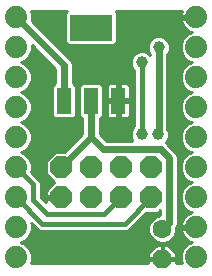
<source format=gbl>
G75*
%MOIN*%
%OFA0B0*%
%FSLAX25Y25*%
%IPPOS*%
%LPD*%
%AMOC8*
5,1,8,0,0,1.08239X$1,22.5*
%
%ADD10OC8,0.07400*%
%ADD11OC8,0.06300*%
%ADD12C,0.06300*%
%ADD13R,0.04800X0.08800*%
%ADD14R,0.14173X0.08661*%
%ADD15C,0.07400*%
%ADD16C,0.01000*%
%ADD17C,0.03962*%
%ADD18C,0.01600*%
%ADD19C,0.02400*%
D10*
X0024000Y0026925D03*
X0024000Y0036925D03*
X0034000Y0036925D03*
X0034000Y0026925D03*
X0044000Y0026925D03*
X0044000Y0036925D03*
X0054000Y0036925D03*
X0054000Y0026925D03*
D11*
X0057750Y0006300D03*
D12*
X0057750Y0016300D03*
D13*
X0043100Y0059100D03*
X0034000Y0059100D03*
X0024900Y0059100D03*
D14*
X0034000Y0083501D03*
D15*
X0009000Y0006925D03*
X0009000Y0016925D03*
X0009000Y0026925D03*
X0009000Y0036925D03*
X0009000Y0046925D03*
X0009000Y0056925D03*
X0009000Y0066925D03*
X0009000Y0076925D03*
X0009000Y0086925D03*
X0069000Y0086925D03*
X0069000Y0076925D03*
X0069000Y0066925D03*
X0069000Y0056925D03*
X0069000Y0046925D03*
X0069000Y0036925D03*
X0069000Y0026925D03*
X0069000Y0016925D03*
X0069000Y0006925D03*
D16*
X0065558Y0010837D02*
X0059789Y0010837D01*
X0059676Y0010950D02*
X0058050Y0010950D01*
X0058050Y0006600D01*
X0057450Y0006600D01*
X0057450Y0010950D01*
X0055824Y0010950D01*
X0053100Y0008226D01*
X0053100Y0006600D01*
X0057450Y0006600D01*
X0057450Y0006000D01*
X0053100Y0006000D01*
X0053100Y0004925D01*
X0013800Y0004925D01*
X0014200Y0005891D01*
X0014200Y0007959D01*
X0013408Y0009871D01*
X0011946Y0011333D01*
X0010517Y0011925D01*
X0011946Y0012517D01*
X0013408Y0013979D01*
X0014200Y0015891D01*
X0014200Y0017959D01*
X0014037Y0018352D01*
X0015631Y0016759D01*
X0016334Y0016056D01*
X0017253Y0015675D01*
X0045747Y0015675D01*
X0046666Y0016056D01*
X0052336Y0021725D01*
X0056154Y0021725D01*
X0057037Y0022609D01*
X0057037Y0020950D01*
X0056825Y0020950D01*
X0055116Y0020242D01*
X0053808Y0018934D01*
X0053100Y0017225D01*
X0053100Y0015375D01*
X0053808Y0013666D01*
X0055116Y0012358D01*
X0056825Y0011650D01*
X0058675Y0011650D01*
X0060384Y0012358D01*
X0061692Y0013666D01*
X0062400Y0015375D01*
X0062400Y0016854D01*
X0062837Y0017911D01*
X0062837Y0040627D01*
X0062396Y0041693D01*
X0059583Y0044505D01*
X0058810Y0045279D01*
X0059308Y0045777D01*
X0059869Y0047130D01*
X0059869Y0048595D01*
X0059400Y0049726D01*
X0059400Y0074619D01*
X0059621Y0074840D01*
X0060181Y0076193D01*
X0060181Y0077657D01*
X0059621Y0079010D01*
X0058585Y0080046D01*
X0057232Y0080606D01*
X0055768Y0080606D01*
X0054415Y0080046D01*
X0053379Y0079010D01*
X0052819Y0077657D01*
X0052819Y0076193D01*
X0053379Y0074840D01*
X0053600Y0074619D01*
X0053600Y0074406D01*
X0052960Y0075046D01*
X0051607Y0075606D01*
X0050143Y0075606D01*
X0048790Y0075046D01*
X0047754Y0074010D01*
X0047194Y0072657D01*
X0047194Y0071193D01*
X0047754Y0069840D01*
X0048375Y0069219D01*
X0048375Y0050568D01*
X0047754Y0049948D01*
X0047194Y0048595D01*
X0047194Y0047130D01*
X0047754Y0045777D01*
X0047769Y0045762D01*
X0039264Y0045762D01*
X0036900Y0048126D01*
X0036900Y0053200D01*
X0037021Y0053200D01*
X0037900Y0054079D01*
X0037900Y0064121D01*
X0037021Y0065000D01*
X0030979Y0065000D01*
X0030100Y0064121D01*
X0030100Y0054079D01*
X0030979Y0053200D01*
X0031100Y0053200D01*
X0031100Y0048126D01*
X0025099Y0042125D01*
X0021846Y0042125D01*
X0018800Y0039079D01*
X0018800Y0034771D01*
X0021646Y0031925D01*
X0018800Y0029079D01*
X0018800Y0027425D01*
X0023500Y0027425D01*
X0023500Y0026425D01*
X0018800Y0026425D01*
X0018800Y0025348D01*
X0017125Y0027023D01*
X0017125Y0031797D01*
X0016744Y0032716D01*
X0014015Y0035445D01*
X0014200Y0035891D01*
X0014200Y0037959D01*
X0013408Y0039871D01*
X0011946Y0041333D01*
X0010517Y0041925D01*
X0011946Y0042517D01*
X0013408Y0043979D01*
X0014200Y0045891D01*
X0014200Y0047959D01*
X0013408Y0049871D01*
X0011946Y0051333D01*
X0010517Y0051925D01*
X0011946Y0052517D01*
X0013408Y0053979D01*
X0014200Y0055891D01*
X0014200Y0057959D01*
X0013408Y0059871D01*
X0011946Y0061333D01*
X0010517Y0061925D01*
X0011946Y0062517D01*
X0013408Y0063979D01*
X0014200Y0065891D01*
X0014200Y0067959D01*
X0013408Y0069871D01*
X0011946Y0071333D01*
X0010517Y0071925D01*
X0011946Y0072517D01*
X0013408Y0073979D01*
X0014200Y0075891D01*
X0014200Y0077624D01*
X0022000Y0069824D01*
X0022000Y0065000D01*
X0021879Y0065000D01*
X0021000Y0064121D01*
X0021000Y0054079D01*
X0021879Y0053200D01*
X0027921Y0053200D01*
X0028800Y0054079D01*
X0028800Y0064121D01*
X0027921Y0065000D01*
X0027800Y0065000D01*
X0027800Y0071602D01*
X0027358Y0072668D01*
X0026543Y0073483D01*
X0014181Y0085845D01*
X0014200Y0085891D01*
X0014200Y0087959D01*
X0013821Y0088875D01*
X0025836Y0088875D01*
X0025413Y0088453D01*
X0025413Y0078549D01*
X0026292Y0077670D01*
X0041708Y0077670D01*
X0042587Y0078549D01*
X0042587Y0088453D01*
X0042164Y0088875D01*
X0064166Y0088875D01*
X0063928Y0088143D01*
X0063814Y0087425D01*
X0068500Y0087425D01*
X0068500Y0086425D01*
X0063814Y0086425D01*
X0063928Y0085707D01*
X0064181Y0084929D01*
X0064553Y0084200D01*
X0065034Y0083537D01*
X0065612Y0082959D01*
X0066275Y0082478D01*
X0067004Y0082106D01*
X0067517Y0081939D01*
X0066054Y0081333D01*
X0064592Y0079871D01*
X0063800Y0077959D01*
X0063800Y0075891D01*
X0064592Y0073979D01*
X0066054Y0072517D01*
X0067483Y0071925D01*
X0066054Y0071333D01*
X0064592Y0069871D01*
X0063800Y0067959D01*
X0063800Y0065891D01*
X0064592Y0063979D01*
X0066054Y0062517D01*
X0067483Y0061925D01*
X0066054Y0061333D01*
X0064592Y0059871D01*
X0063800Y0057959D01*
X0063800Y0055891D01*
X0064592Y0053979D01*
X0066054Y0052517D01*
X0067483Y0051925D01*
X0066054Y0051333D01*
X0064592Y0049871D01*
X0063800Y0047959D01*
X0063800Y0045891D01*
X0064592Y0043979D01*
X0066054Y0042517D01*
X0067483Y0041925D01*
X0066054Y0041333D01*
X0064592Y0039871D01*
X0063800Y0037959D01*
X0063800Y0035891D01*
X0064592Y0033979D01*
X0066054Y0032517D01*
X0067483Y0031925D01*
X0066054Y0031333D01*
X0064592Y0029871D01*
X0063800Y0027959D01*
X0063800Y0025891D01*
X0064592Y0023979D01*
X0066054Y0022517D01*
X0067517Y0021911D01*
X0067004Y0021744D01*
X0066275Y0021372D01*
X0065612Y0020891D01*
X0065034Y0020313D01*
X0064553Y0019650D01*
X0064181Y0018921D01*
X0063928Y0018143D01*
X0063814Y0017425D01*
X0068500Y0017425D01*
X0068500Y0016425D01*
X0063814Y0016425D01*
X0063928Y0015707D01*
X0064181Y0014929D01*
X0064553Y0014200D01*
X0065034Y0013537D01*
X0065612Y0012959D01*
X0066275Y0012478D01*
X0067004Y0012106D01*
X0067517Y0011939D01*
X0066054Y0011333D01*
X0064592Y0009871D01*
X0063800Y0007959D01*
X0063800Y0005891D01*
X0064200Y0004925D01*
X0062400Y0004925D01*
X0062400Y0006000D01*
X0058050Y0006000D01*
X0058050Y0006600D01*
X0062400Y0006600D01*
X0062400Y0008226D01*
X0059676Y0010950D01*
X0059123Y0011836D02*
X0067267Y0011836D01*
X0065784Y0012834D02*
X0060860Y0012834D01*
X0061761Y0013833D02*
X0064819Y0013833D01*
X0064231Y0014831D02*
X0062175Y0014831D01*
X0062400Y0015830D02*
X0063909Y0015830D01*
X0062400Y0016828D02*
X0068500Y0016828D01*
X0065543Y0020822D02*
X0062837Y0020822D01*
X0062837Y0019824D02*
X0064679Y0019824D01*
X0064150Y0018825D02*
X0062837Y0018825D01*
X0062803Y0017827D02*
X0063878Y0017827D01*
X0062837Y0021821D02*
X0067240Y0021821D01*
X0065752Y0022819D02*
X0062837Y0022819D01*
X0062837Y0023818D02*
X0064753Y0023818D01*
X0064245Y0024816D02*
X0062837Y0024816D01*
X0062837Y0025815D02*
X0063831Y0025815D01*
X0063800Y0026813D02*
X0062837Y0026813D01*
X0062837Y0027812D02*
X0063800Y0027812D01*
X0064153Y0028810D02*
X0062837Y0028810D01*
X0062837Y0029809D02*
X0064566Y0029809D01*
X0065528Y0030807D02*
X0062837Y0030807D01*
X0062837Y0031806D02*
X0067195Y0031806D01*
X0065767Y0032804D02*
X0062837Y0032804D01*
X0062837Y0033803D02*
X0064768Y0033803D01*
X0064251Y0034801D02*
X0062837Y0034801D01*
X0062837Y0035800D02*
X0063838Y0035800D01*
X0063800Y0036798D02*
X0062837Y0036798D01*
X0062837Y0037797D02*
X0063800Y0037797D01*
X0064146Y0038795D02*
X0062837Y0038795D01*
X0062837Y0039794D02*
X0064560Y0039794D01*
X0065514Y0040793D02*
X0062769Y0040793D01*
X0062298Y0041791D02*
X0067159Y0041791D01*
X0065782Y0042790D02*
X0061299Y0042790D01*
X0060301Y0043788D02*
X0064783Y0043788D01*
X0064257Y0044787D02*
X0059302Y0044787D01*
X0059583Y0044505D02*
X0059583Y0044505D01*
X0059311Y0045785D02*
X0063844Y0045785D01*
X0063800Y0046784D02*
X0059725Y0046784D01*
X0059869Y0047782D02*
X0063800Y0047782D01*
X0064140Y0048781D02*
X0059792Y0048781D01*
X0059400Y0049779D02*
X0064554Y0049779D01*
X0065499Y0050778D02*
X0059400Y0050778D01*
X0059400Y0051776D02*
X0067123Y0051776D01*
X0065796Y0052775D02*
X0059400Y0052775D01*
X0059400Y0053773D02*
X0064798Y0053773D01*
X0064263Y0054772D02*
X0059400Y0054772D01*
X0059400Y0055770D02*
X0063850Y0055770D01*
X0063800Y0056769D02*
X0059400Y0056769D01*
X0059400Y0057767D02*
X0063800Y0057767D01*
X0064134Y0058766D02*
X0059400Y0058766D01*
X0059400Y0059764D02*
X0064548Y0059764D01*
X0065484Y0060763D02*
X0059400Y0060763D01*
X0059400Y0061761D02*
X0067088Y0061761D01*
X0065811Y0062760D02*
X0059400Y0062760D01*
X0059400Y0063758D02*
X0064813Y0063758D01*
X0064270Y0064757D02*
X0059400Y0064757D01*
X0059400Y0065755D02*
X0063856Y0065755D01*
X0063800Y0066754D02*
X0059400Y0066754D01*
X0059400Y0067752D02*
X0063800Y0067752D01*
X0064128Y0068751D02*
X0059400Y0068751D01*
X0059400Y0069749D02*
X0064541Y0069749D01*
X0065469Y0070748D02*
X0059400Y0070748D01*
X0059400Y0071746D02*
X0067052Y0071746D01*
X0065826Y0072745D02*
X0059400Y0072745D01*
X0059400Y0073743D02*
X0064828Y0073743D01*
X0064276Y0074742D02*
X0059523Y0074742D01*
X0059994Y0075740D02*
X0063862Y0075740D01*
X0063800Y0076739D02*
X0060181Y0076739D01*
X0060148Y0077737D02*
X0063800Y0077737D01*
X0064122Y0078736D02*
X0059734Y0078736D01*
X0058896Y0079734D02*
X0064535Y0079734D01*
X0065454Y0080733D02*
X0042587Y0080733D01*
X0042587Y0081731D02*
X0067016Y0081731D01*
X0065927Y0082730D02*
X0042587Y0082730D01*
X0042587Y0083728D02*
X0064895Y0083728D01*
X0064284Y0084727D02*
X0042587Y0084727D01*
X0042587Y0085726D02*
X0063925Y0085726D01*
X0063862Y0087723D02*
X0042587Y0087723D01*
X0042587Y0086724D02*
X0068500Y0086724D01*
X0064116Y0088721D02*
X0042318Y0088721D01*
X0042587Y0079734D02*
X0054104Y0079734D01*
X0053266Y0078736D02*
X0042587Y0078736D01*
X0041775Y0077737D02*
X0052852Y0077737D01*
X0052819Y0076739D02*
X0023287Y0076739D01*
X0022289Y0077737D02*
X0026225Y0077737D01*
X0025413Y0078736D02*
X0021290Y0078736D01*
X0020292Y0079734D02*
X0025413Y0079734D01*
X0025413Y0080733D02*
X0019293Y0080733D01*
X0018295Y0081731D02*
X0025413Y0081731D01*
X0025413Y0082730D02*
X0017296Y0082730D01*
X0016298Y0083728D02*
X0025413Y0083728D01*
X0025413Y0084727D02*
X0015299Y0084727D01*
X0014301Y0085726D02*
X0025413Y0085726D01*
X0025413Y0086724D02*
X0014200Y0086724D01*
X0014200Y0087723D02*
X0025413Y0087723D01*
X0025682Y0088721D02*
X0013884Y0088721D01*
X0014200Y0076739D02*
X0015085Y0076739D01*
X0014138Y0075740D02*
X0016083Y0075740D01*
X0017082Y0074742D02*
X0013724Y0074742D01*
X0013172Y0073743D02*
X0018080Y0073743D01*
X0019079Y0072745D02*
X0012174Y0072745D01*
X0010948Y0071746D02*
X0020077Y0071746D01*
X0021076Y0070748D02*
X0012531Y0070748D01*
X0013459Y0069749D02*
X0022000Y0069749D01*
X0022000Y0068751D02*
X0013872Y0068751D01*
X0014200Y0067752D02*
X0022000Y0067752D01*
X0022000Y0066754D02*
X0014200Y0066754D01*
X0014144Y0065755D02*
X0022000Y0065755D01*
X0021635Y0064757D02*
X0013730Y0064757D01*
X0013187Y0063758D02*
X0021000Y0063758D01*
X0021000Y0062760D02*
X0012189Y0062760D01*
X0010913Y0061761D02*
X0021000Y0061761D01*
X0021000Y0060763D02*
X0012516Y0060763D01*
X0013452Y0059764D02*
X0021000Y0059764D01*
X0021000Y0058766D02*
X0013866Y0058766D01*
X0014200Y0057767D02*
X0021000Y0057767D01*
X0021000Y0056769D02*
X0014200Y0056769D01*
X0014150Y0055770D02*
X0021000Y0055770D01*
X0021000Y0054772D02*
X0013736Y0054772D01*
X0013202Y0053773D02*
X0021306Y0053773D01*
X0028494Y0053773D02*
X0030406Y0053773D01*
X0030100Y0054772D02*
X0028800Y0054772D01*
X0028800Y0055770D02*
X0030100Y0055770D01*
X0030100Y0056769D02*
X0028800Y0056769D01*
X0028800Y0057767D02*
X0030100Y0057767D01*
X0030100Y0058766D02*
X0028800Y0058766D01*
X0028800Y0059764D02*
X0030100Y0059764D01*
X0030100Y0060763D02*
X0028800Y0060763D01*
X0028800Y0061761D02*
X0030100Y0061761D01*
X0030100Y0062760D02*
X0028800Y0062760D01*
X0028800Y0063758D02*
X0030100Y0063758D01*
X0030735Y0064757D02*
X0028165Y0064757D01*
X0027800Y0065755D02*
X0048375Y0065755D01*
X0048375Y0064757D02*
X0046323Y0064757D01*
X0046421Y0064700D02*
X0046079Y0064898D01*
X0045697Y0065000D01*
X0043600Y0065000D01*
X0043600Y0059600D01*
X0042600Y0059600D01*
X0042600Y0065000D01*
X0040503Y0065000D01*
X0040121Y0064898D01*
X0039779Y0064700D01*
X0039500Y0064421D01*
X0039302Y0064079D01*
X0039200Y0063697D01*
X0039200Y0059600D01*
X0042600Y0059600D01*
X0042600Y0058600D01*
X0039200Y0058600D01*
X0039200Y0054503D01*
X0039302Y0054121D01*
X0039500Y0053779D01*
X0039779Y0053500D01*
X0040121Y0053302D01*
X0040503Y0053200D01*
X0042600Y0053200D01*
X0042600Y0058600D01*
X0043600Y0058600D01*
X0043600Y0059600D01*
X0047000Y0059600D01*
X0047000Y0063697D01*
X0046898Y0064079D01*
X0046700Y0064421D01*
X0046421Y0064700D01*
X0046984Y0063758D02*
X0048375Y0063758D01*
X0048375Y0062760D02*
X0047000Y0062760D01*
X0047000Y0061761D02*
X0048375Y0061761D01*
X0048375Y0060763D02*
X0047000Y0060763D01*
X0047000Y0059764D02*
X0048375Y0059764D01*
X0048375Y0058766D02*
X0043600Y0058766D01*
X0043600Y0058600D02*
X0047000Y0058600D01*
X0047000Y0054503D01*
X0046898Y0054121D01*
X0046700Y0053779D01*
X0046421Y0053500D01*
X0046079Y0053302D01*
X0045697Y0053200D01*
X0043600Y0053200D01*
X0043600Y0058600D01*
X0043600Y0057767D02*
X0042600Y0057767D01*
X0042600Y0056769D02*
X0043600Y0056769D01*
X0043600Y0055770D02*
X0042600Y0055770D01*
X0042600Y0054772D02*
X0043600Y0054772D01*
X0043600Y0053773D02*
X0042600Y0053773D01*
X0039506Y0053773D02*
X0037594Y0053773D01*
X0037900Y0054772D02*
X0039200Y0054772D01*
X0039200Y0055770D02*
X0037900Y0055770D01*
X0037900Y0056769D02*
X0039200Y0056769D01*
X0039200Y0057767D02*
X0037900Y0057767D01*
X0037900Y0058766D02*
X0042600Y0058766D01*
X0042600Y0059764D02*
X0043600Y0059764D01*
X0043600Y0060763D02*
X0042600Y0060763D01*
X0042600Y0061761D02*
X0043600Y0061761D01*
X0043600Y0062760D02*
X0042600Y0062760D01*
X0042600Y0063758D02*
X0043600Y0063758D01*
X0043600Y0064757D02*
X0042600Y0064757D01*
X0039877Y0064757D02*
X0037265Y0064757D01*
X0037900Y0063758D02*
X0039216Y0063758D01*
X0039200Y0062760D02*
X0037900Y0062760D01*
X0037900Y0061761D02*
X0039200Y0061761D01*
X0039200Y0060763D02*
X0037900Y0060763D01*
X0037900Y0059764D02*
X0039200Y0059764D01*
X0036900Y0052775D02*
X0048375Y0052775D01*
X0048375Y0053773D02*
X0046694Y0053773D01*
X0047000Y0054772D02*
X0048375Y0054772D01*
X0048375Y0055770D02*
X0047000Y0055770D01*
X0047000Y0056769D02*
X0048375Y0056769D01*
X0048375Y0057767D02*
X0047000Y0057767D01*
X0048375Y0051776D02*
X0036900Y0051776D01*
X0036900Y0050778D02*
X0048375Y0050778D01*
X0047684Y0049779D02*
X0036900Y0049779D01*
X0036900Y0048781D02*
X0047271Y0048781D01*
X0047194Y0047782D02*
X0037244Y0047782D01*
X0038243Y0046784D02*
X0047337Y0046784D01*
X0047751Y0045785D02*
X0039241Y0045785D01*
X0031100Y0048781D02*
X0013860Y0048781D01*
X0014200Y0047782D02*
X0030756Y0047782D01*
X0029757Y0046784D02*
X0014200Y0046784D01*
X0014156Y0045785D02*
X0028759Y0045785D01*
X0027760Y0044787D02*
X0013743Y0044787D01*
X0013217Y0043788D02*
X0026762Y0043788D01*
X0025763Y0042790D02*
X0012218Y0042790D01*
X0010841Y0041791D02*
X0021512Y0041791D01*
X0020514Y0040793D02*
X0012486Y0040793D01*
X0013440Y0039794D02*
X0019515Y0039794D01*
X0018800Y0038795D02*
X0013854Y0038795D01*
X0014200Y0037797D02*
X0018800Y0037797D01*
X0018800Y0036798D02*
X0014200Y0036798D01*
X0014162Y0035800D02*
X0018800Y0035800D01*
X0018800Y0034801D02*
X0014659Y0034801D01*
X0015658Y0033803D02*
X0019768Y0033803D01*
X0020767Y0032804D02*
X0016656Y0032804D01*
X0017121Y0031806D02*
X0021527Y0031806D01*
X0020528Y0030807D02*
X0017125Y0030807D01*
X0017125Y0029809D02*
X0019530Y0029809D01*
X0018800Y0028810D02*
X0017125Y0028810D01*
X0017125Y0027812D02*
X0018800Y0027812D01*
X0017335Y0026813D02*
X0023500Y0026813D01*
X0018800Y0025815D02*
X0018333Y0025815D01*
X0014563Y0017827D02*
X0014200Y0017827D01*
X0014200Y0016828D02*
X0015561Y0016828D01*
X0016879Y0015830D02*
X0014175Y0015830D01*
X0013761Y0014831D02*
X0053325Y0014831D01*
X0053100Y0015830D02*
X0046121Y0015830D01*
X0047439Y0016828D02*
X0053100Y0016828D01*
X0053349Y0017827D02*
X0048437Y0017827D01*
X0049436Y0018825D02*
X0053763Y0018825D01*
X0054698Y0019824D02*
X0050434Y0019824D01*
X0051433Y0020822D02*
X0056517Y0020822D01*
X0056250Y0021821D02*
X0057037Y0021821D01*
X0053739Y0013833D02*
X0013262Y0013833D01*
X0012263Y0012834D02*
X0054640Y0012834D01*
X0056377Y0011836D02*
X0010733Y0011836D01*
X0012442Y0010837D02*
X0055711Y0010837D01*
X0054713Y0009839D02*
X0013422Y0009839D01*
X0013835Y0008840D02*
X0053714Y0008840D01*
X0053100Y0007842D02*
X0014200Y0007842D01*
X0014200Y0006843D02*
X0053100Y0006843D01*
X0053100Y0005845D02*
X0014181Y0005845D01*
X0013446Y0049779D02*
X0031100Y0049779D01*
X0031100Y0050778D02*
X0012501Y0050778D01*
X0012204Y0052775D02*
X0031100Y0052775D01*
X0031100Y0051776D02*
X0010877Y0051776D01*
X0027800Y0066754D02*
X0048375Y0066754D01*
X0048375Y0067752D02*
X0027800Y0067752D01*
X0027800Y0068751D02*
X0048375Y0068751D01*
X0047845Y0069749D02*
X0027800Y0069749D01*
X0027800Y0070748D02*
X0047378Y0070748D01*
X0047194Y0071746D02*
X0027740Y0071746D01*
X0027281Y0072745D02*
X0047230Y0072745D01*
X0047644Y0073743D02*
X0026283Y0073743D01*
X0025284Y0074742D02*
X0048486Y0074742D01*
X0053006Y0075740D02*
X0024286Y0075740D01*
X0053264Y0074742D02*
X0053477Y0074742D01*
X0057450Y0010837D02*
X0058050Y0010837D01*
X0058050Y0009839D02*
X0057450Y0009839D01*
X0057450Y0008840D02*
X0058050Y0008840D01*
X0058050Y0007842D02*
X0057450Y0007842D01*
X0057450Y0006843D02*
X0058050Y0006843D01*
X0060787Y0009839D02*
X0064578Y0009839D01*
X0064165Y0008840D02*
X0061786Y0008840D01*
X0062400Y0007842D02*
X0063800Y0007842D01*
X0063800Y0006843D02*
X0062400Y0006843D01*
X0062400Y0005845D02*
X0063819Y0005845D01*
D17*
X0056187Y0047862D03*
X0050875Y0047862D03*
X0050875Y0071925D03*
X0056500Y0076925D03*
D18*
X0050875Y0071925D02*
X0050875Y0047862D01*
X0054000Y0026925D02*
X0045250Y0018175D01*
X0017750Y0018175D01*
X0009000Y0026925D01*
X0014625Y0025987D02*
X0019313Y0021300D01*
X0038375Y0021300D01*
X0044000Y0026925D01*
X0014625Y0025987D02*
X0014625Y0031300D01*
X0009000Y0036925D01*
D19*
X0024000Y0036925D02*
X0034000Y0046925D01*
X0038063Y0042863D01*
X0057125Y0042863D01*
X0059937Y0040050D01*
X0059937Y0018488D01*
X0057750Y0016300D01*
X0034000Y0046925D02*
X0034000Y0059100D01*
X0024900Y0059100D02*
X0024900Y0071025D01*
X0009000Y0086925D01*
X0056500Y0076925D02*
X0056500Y0048175D01*
X0056187Y0047862D01*
M02*

</source>
